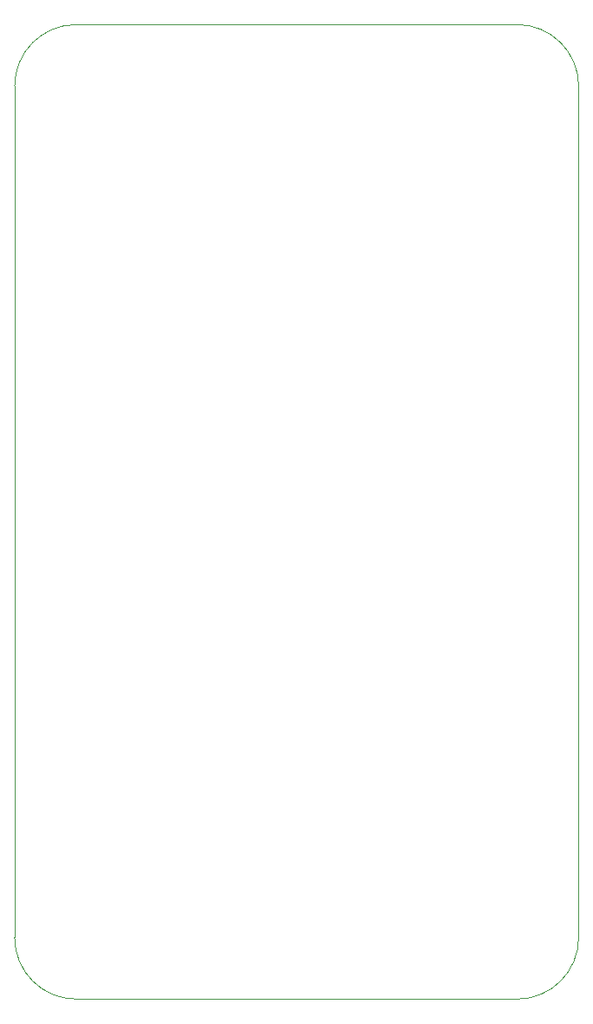
<source format=gbr>
G04 #@! TF.FileFunction,Profile,NP*
%FSLAX46Y46*%
G04 Gerber Fmt 4.6, Leading zero omitted, Abs format (unit mm)*
G04 Created by KiCad (PCBNEW 4.0.1-stable) date 6/12/2017 2:47:30 PM*
%MOMM*%
G01*
G04 APERTURE LIST*
%ADD10C,0.150000*%
%ADD11C,0.100000*%
G04 APERTURE END LIST*
D10*
D11*
X59000000Y-105000000D02*
X16000000Y-105000000D01*
X16000000Y-10000000D02*
X59000000Y-10000000D01*
X10000000Y-99000000D02*
X10000000Y-16000000D01*
X65000000Y-16000000D02*
X65000000Y-99000000D01*
X10000000Y-99000000D02*
G75*
G03X16000000Y-105000000I6000000J0D01*
G01*
X59000000Y-105000000D02*
G75*
G03X65000000Y-99000000I0J6000000D01*
G01*
X65000000Y-16000000D02*
G75*
G03X59000000Y-10000000I-6000000J0D01*
G01*
X16000000Y-10000000D02*
G75*
G03X10000000Y-16000000I0J-6000000D01*
G01*
M02*

</source>
